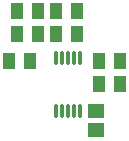
<source format=gbp>
G04*
G04 #@! TF.GenerationSoftware,Altium Limited,Altium Designer,18.1.11 (251)*
G04*
G04 Layer_Color=128*
%FSLAX25Y25*%
%MOIN*%
G70*
G01*
G75*
%ADD31R,0.03937X0.05315*%
%ADD43R,0.05709X0.05118*%
%ADD99O,0.01181X0.05315*%
D31*
X532575Y108839D02*
D03*
X525488D02*
D03*
X532575Y116339D02*
D03*
X525488D02*
D03*
X516929Y99606D02*
D03*
X509842D02*
D03*
X519618Y108839D02*
D03*
X512532D02*
D03*
X519575Y116339D02*
D03*
X512488D02*
D03*
X539764Y99606D02*
D03*
X546850D02*
D03*
X539764Y92126D02*
D03*
X546850D02*
D03*
D43*
X538976Y83071D02*
D03*
Y76772D02*
D03*
D99*
X533468Y83079D02*
D03*
X531500D02*
D03*
X529531D02*
D03*
X527563D02*
D03*
X525595D02*
D03*
X533468Y100598D02*
D03*
X531500D02*
D03*
X529531D02*
D03*
X527563D02*
D03*
X525595D02*
D03*
M02*

</source>
